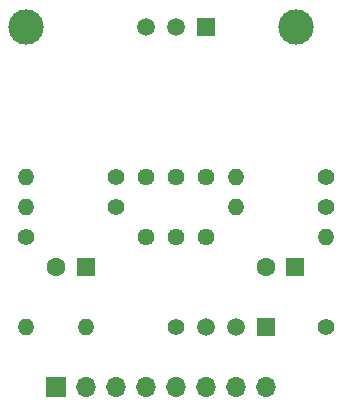
<source format=gbs>
%TF.GenerationSoftware,KiCad,Pcbnew,7.0.8*%
%TF.CreationDate,2023-11-30T20:00:48+00:00*%
%TF.ProjectId,thermo_module,74686572-6d6f-45f6-9d6f-64756c652e6b,rev?*%
%TF.SameCoordinates,Original*%
%TF.FileFunction,Soldermask,Bot*%
%TF.FilePolarity,Negative*%
%FSLAX46Y46*%
G04 Gerber Fmt 4.6, Leading zero omitted, Abs format (unit mm)*
G04 Created by KiCad (PCBNEW 7.0.8) date 2023-11-30 20:00:48*
%MOMM*%
%LPD*%
G01*
G04 APERTURE LIST*
%ADD10C,1.400000*%
%ADD11O,1.400000X1.400000*%
%ADD12R,1.500000X1.500000*%
%ADD13C,1.500000*%
%ADD14R,1.600000X1.600000*%
%ADD15C,1.600000*%
%ADD16C,1.440000*%
%ADD17C,3.000000*%
%ADD18R,1.700000X1.700000*%
%ADD19O,1.700000X1.700000*%
G04 APERTURE END LIST*
D10*
%TO.C,R9*%
X153987500Y-74295000D03*
D11*
X146367500Y-74295000D03*
%TD*%
D12*
%TO.C,IC4*%
X156527500Y-48895000D03*
D13*
X153987500Y-48895000D03*
X151447500Y-48895000D03*
%TD*%
D10*
%TO.C,R10*%
X166687500Y-64135000D03*
D11*
X159067500Y-64135000D03*
%TD*%
D10*
%TO.C,R12*%
X166687500Y-61595000D03*
D11*
X159067500Y-61595000D03*
%TD*%
D14*
%TO.C,C11*%
X164107500Y-69215000D03*
D15*
X161607500Y-69215000D03*
%TD*%
D14*
%TO.C,C10*%
X146367500Y-69215000D03*
D15*
X143867500Y-69215000D03*
%TD*%
D10*
%TO.C,R11*%
X148907500Y-64135000D03*
D11*
X141287500Y-64135000D03*
%TD*%
D16*
%TO.C,RV2*%
X156527500Y-61595000D03*
X153987500Y-61595000D03*
X151447500Y-61595000D03*
%TD*%
D17*
%TO.C,REF\u002A\u002A*%
X141287500Y-48895000D03*
%TD*%
D10*
%TO.C,R13*%
X148907500Y-61595000D03*
D11*
X141287500Y-61595000D03*
%TD*%
D10*
%TO.C,R7*%
X141287500Y-66675000D03*
D11*
X141287500Y-74295000D03*
%TD*%
D12*
%TO.C,IC3*%
X161607500Y-74295000D03*
D13*
X159067500Y-74295000D03*
X156527500Y-74295000D03*
%TD*%
D16*
%TO.C,RV1*%
X156527500Y-66675000D03*
X153987500Y-66675000D03*
X151447500Y-66675000D03*
%TD*%
D17*
%TO.C,REF\u002A\u002A*%
X164147500Y-48895000D03*
%TD*%
D10*
%TO.C,R8*%
X166687500Y-74295000D03*
D11*
X166687500Y-66675000D03*
%TD*%
D18*
%TO.C,J5*%
X143827500Y-79375000D03*
D19*
X146367500Y-79375000D03*
X148907500Y-79375000D03*
X151447500Y-79375000D03*
X153987500Y-79375000D03*
X156527500Y-79375000D03*
X159067500Y-79375000D03*
X161607500Y-79375000D03*
%TD*%
M02*

</source>
